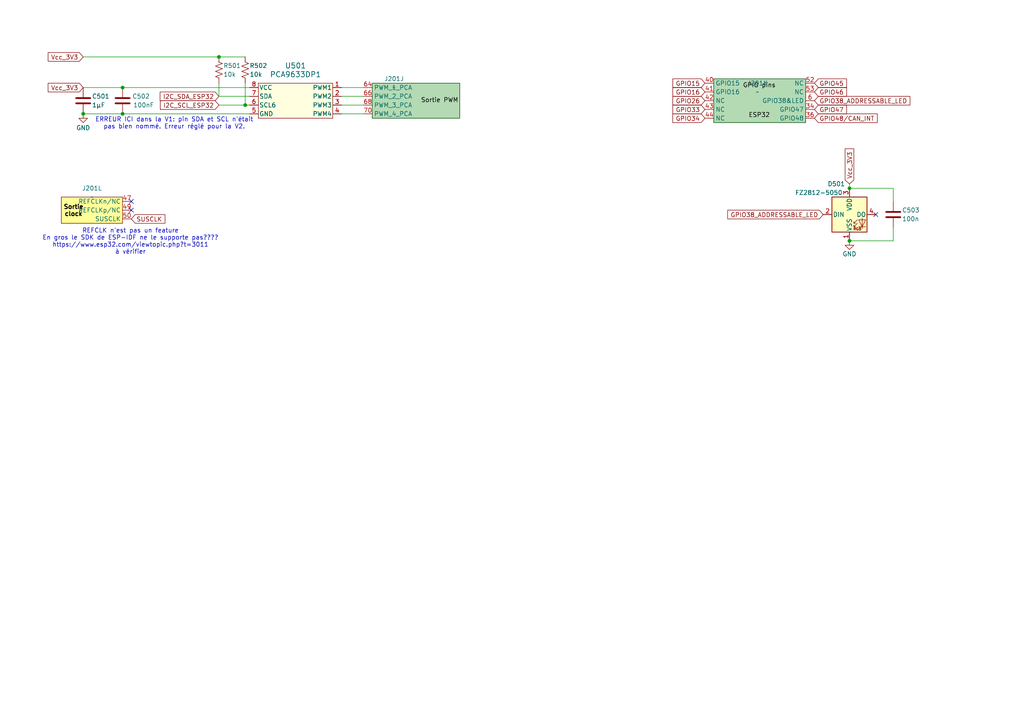
<source format=kicad_sch>
(kicad_sch (version 20231120) (generator "eeschema") (generator_version "8.0")
  (paper "A4")
  (lib_symbols
    (symbol "Device:C" (pin_numbers hide) (pin_names (offset 0.254))
      (property "Reference" "C" (at 0.635 2.54 0))
      (property "Value" "C" (at 0.635 -2.54 0))
      (symbol "C_0_1"
        (polyline (pts (xy -2.032 -0.762) (xy 2.032 -0.762)) (stroke (width 0.508)))
        (polyline (pts (xy -2.032 0.762) (xy 2.032 0.762)) (stroke (width 0.508)))
      )
      (symbol "C_1_1"
        (pin passive line (at 0 3.81 270) (length 2.794) (name "~") (number "1"))
        (pin passive line (at 0 -3.81 90) (length 2.794) (name "~") (number "2"))
      )
    )
    (symbol "Device:R_US" (pin_numbers hide) (pin_names (offset 0))
      (property "Reference" "R" (at 2.54 0 90))
      (property "Value" "R_US" (at -2.54 0 90))
      (symbol "R_US_0_1"
        (polyline (pts (xy 0 -2.286) (xy 0 -2.54)))
        (polyline (pts (xy 0 2.286) (xy 0 2.54)))
        (polyline (pts (xy 0 -0.762) (xy 1.016 -1.143) (xy 0 -1.524) (xy -1.016 -1.905) (xy 0 -2.286)))
        (polyline (pts (xy 0 0.762) (xy 1.016 0.381) (xy 0 0) (xy -1.016 -0.381) (xy 0 -0.762)))
        (polyline (pts (xy 0 2.286) (xy 1.016 1.905) (xy 0 1.524) (xy -1.016 1.143) (xy 0 0.762)))
      )
      (symbol "R_US_1_1"
        (pin passive line (at 0 3.81 270) (length 1.27) (name "~") (number "1"))
        (pin passive line (at 0 -3.81 90) (length 1.27) (name "~") (number "2"))
      )
    )
    (symbol "LED:Inolux_IN-PI554FCH" (pin_names (offset 0.254))
      (property "Reference" "D" (at 5.08 5.715 0))
      (property "Value" "Inolux_IN-PI554FCH" (at 1.27 -5.715 0))
      (symbol "Inolux_IN-PI554FCH_0_0"
        (text "RGB" (at 2.286 -4.191 0) (effects (font (size 0.762 0.762))))
      )
      (symbol "Inolux_IN-PI554FCH_0_1"
        (polyline (pts (xy 1.27 -3.556) (xy 1.778 -3.556)))
        (polyline (pts (xy 1.27 -2.54) (xy 1.778 -2.54)))
        (polyline (pts (xy 4.699 -3.556) (xy 2.667 -3.556)))
        (polyline (pts (xy 2.286 -2.54) (xy 1.27 -3.556) (xy 1.27 -3.048)))
        (polyline (pts (xy 2.286 -1.524) (xy 1.27 -2.54) (xy 1.27 -2.032)))
        (polyline (pts (xy 3.683 -1.016) (xy 3.683 -3.556) (xy 3.683 -4.064)))
        (polyline (pts (xy 4.699 -1.524) (xy 2.667 -1.524) (xy 3.683 -3.556) (xy 4.699 -1.524)))
        (rectangle (start 5.08 5.08) (end -5.08 -5.08) (stroke (width 0.254)) (fill (type background)))
      )
      (symbol "Inolux_IN-PI554FCH_1_1"
        (pin power_in line (at 0 -7.62 90) (length 2.54) (name "VSS") (number "1"))
        (pin input line (at -7.62 0 0) (length 2.54) (name "DIN") (number "2"))
        (pin power_in line (at 0 7.62 270) (length 2.54) (name "VDD") (number "3"))
        (pin output line (at 7.62 0 180) (length 2.54) (name "DO") (number "4"))
      )
    )
    (symbol "PCA9633DP1:PCA9633DP1" (pin_names (offset 0.254))
      (property "Reference" "U501" (at 0.635 8.89 0))
      (property "Value" "PCA9633DP1" (at 0.635 6.35 0))
      (symbol "PCA9633DP1_1_1"
        (rectangle (start -10.16 3.81) (end 11.43 -6.35) (fill (type color) (color 255 255 194 0.5)))
        (pin output line (at 13.97 2.54 180) (length 2.54) (name "PWM1") (number "1"))
        (pin output line (at 13.97 0 180) (length 2.54) (name "PWM2") (number "2"))
        (pin output line (at 13.97 -2.54 180) (length 2.54) (name "PWM3") (number "3"))
        (pin output line (at 13.97 -5.08 180) (length 2.54) (name "PWM4") (number "4"))
        (pin output line (at -12.7 -5.08 0) (length 2.54) (name "GND") (number "5"))
        (pin output line (at -12.7 -2.54 0) (length 2.54) (name "SCL6") (number "6"))
        (pin output line (at -12.7 0 0) (length 2.54) (name "SDA") (number "7"))
        (pin output line (at -12.7 2.54 0) (length 2.54) (name "VCC") (number "8"))
      )
    )
    (symbol "connecteur_SOM_ESP32_1"
      (property "Reference" "J201" (at 0 6.35 0))
      (property "Value" "~" (at 0 3.81 0))
      (symbol "connecteur_SOM_ESP32_1_1_1"
        (rectangle (start -13.97 7.62) (end 13.97 -27.94) (stroke (width 0) (color 72 0 0 1)) (fill (type color) (color 255 0 0 0.52)))
        (text "Pins d'alimentation\n&\nResets" (at 0 -9.144 0) (effects (font (size 1.27 1.27) (bold yes))))
        (pin power_in line (at 16.51 6.35 180) (length 2.54) (name "GND") (number "1"))
        (pin power_in line (at 16.51 1.27 180) (length 2.54) (name "GND") (number "18"))
        (pin power_in line (at -16.51 6.35 0) (length 2.54) (name "Vcc_3v3") (number "2"))
        (pin power_in line (at 16.51 -1.27 180) (length 2.54) (name "GND") (number "33"))
        (pin power_in line (at 16.51 -3.81 180) (length 2.54) (name "GND") (number "38"))
        (pin power_in line (at 16.51 -6.35 180) (length 2.54) (name "GND") (number "39"))
        (pin power_in line (at -16.51 3.81 0) (length 2.54) (name "Vcc_3v3") (number "4"))
        (pin power_in line (at 16.51 -8.89 180) (length 2.54) (name "GND") (number "45"))
        (pin power_in line (at 16.51 -11.43 180) (length 2.54) (name "GND") (number "51"))
        (pin bidirectional line (at -16.51 1.27 0) (length 2.54) (name "RESET_AUTRES") (number "54"))
        (pin power_in line (at 16.51 -13.97 180) (length 2.54) (name "GND") (number "55"))
        (pin bidirectional line (at -16.51 -21.59 0) (length 2.54) (name "RESET_ESP32") (number "56"))
        (pin power_in line (at 16.51 -16.51 180) (length 2.54) (name "GND") (number "57"))
        (pin power_in line (at 16.51 -19.05 180) (length 2.54) (name "GND") (number "62"))
        (pin power_in line (at 16.51 -21.59 180) (length 2.54) (name "GND") (number "63"))
        (pin power_in line (at 16.51 -24.13 180) (length 2.54) (name "GND") (number "69"))
        (pin power_in line (at 16.51 3.81 180) (length 2.54) (name "GND") (number "7"))
        (pin power_in line (at -16.51 -24.13 0) (length 2.54) (name "Vcc_3v3") (number "72"))
        (pin power_in line (at -16.51 -26.67 0) (length 2.54) (name "Vcc_3v3") (number "74"))
        (pin power_in line (at 16.51 -26.67 180) (length 2.54) (name "GND") (number "75"))
      )
      (symbol "connecteur_SOM_ESP32_1_2_1"
        (rectangle (start -17.78 11.43) (end 16.51 -12.7) (stroke (width 0) (color 0 0 72 1)) (fill (type color) (color 0 0 255 0.2)))
        (text "I2C" (at -0.254 -0.254 0) (effects (font (size 1.27 1.27))))
        (pin bidirectional line (at 19.05 7.62 180) (length 2.54) (name "I2C_SCL_1_TCA") (number "11"))
        (pin bidirectional line (at 19.05 3.81 180) (length 2.54) (name "I2C_SDA_2_TCA") (number "13"))
        (pin bidirectional line (at 19.05 -2.54 180) (length 2.54) (name "I2C_SDA_3_TCA") (number "14"))
        (pin bidirectional line (at 19.05 1.27 180) (length 2.54) (name "I2C_SCL_2_TCA") (number "15"))
        (pin bidirectional line (at 19.05 -5.08 180) (length 2.54) (name "I2C_SCL_3_TCA") (number "16"))
        (pin bidirectional line (at 19.05 -8.89 180) (length 2.54) (name "I2C_SDA_4_TCA") (number "17"))
        (pin bidirectional line (at 19.05 -11.43 180) (length 2.54) (name "I2C_SCL_4_TCA") (number "19"))
        (pin bidirectional line (at -20.32 1.27 0) (length 2.54) (name "I2C_SDA_ESP32") (number "58"))
        (pin bidirectional line (at -20.32 -1.27 0) (length 2.54) (name "I2C_SCL_ESP32") (number "60"))
        (pin bidirectional line (at 19.05 10.16 180) (length 2.54) (name "I2C_SDA_1_TCA") (number "9"))
      )
      (symbol "connecteur_SOM_ESP32_1_3_1"
        (rectangle (start -2.54 6.35) (end 15.24 -7.62) (stroke (width 0) (color 0 0 72 1)) (fill (type color) (color 0 0 255 0.2)))
        (text "SPI" (at 0 0 0) (effects (font (size 1.27 1.27) (bold yes))))
        (pin bidirectional line (at 17.78 5.08 180) (length 2.54) (name "SPI_CS_5") (number "20"))
        (pin bidirectional line (at 17.78 2.54 180) (length 2.54) (name "SPI_CS_6") (number "21"))
        (pin bidirectional line (at 17.78 -1.27 180) (length 2.54) (name "SPI_CLK") (number "23"))
        (pin bidirectional line (at 17.78 -3.81 180) (length 2.54) (name "SPI_MOSI") (number "35"))
        (pin bidirectional line (at 17.78 -6.35 180) (length 2.54) (name "SPI_MISO") (number "37"))
      )
      (symbol "connecteur_SOM_ESP32_1_4_1"
        (rectangle (start -13.97 2.54) (end 10.16 -2.54) (stroke (width 0) (color 0 0 72 1)) (fill (type color) (color 0 0 255 0.2)))
        (text "Canbus" (at -9.906 0.254 0) (effects (font (size 1.27 1.27) (bold yes))))
        (pin bidirectional line (at 12.7 1.27 180) (length 2.54) (name "CAN_H_MCP2515") (number "71"))
        (pin bidirectional line (at 12.7 -1.27 180) (length 2.54) (name "CAN_L_MCP2515") (number "73"))
      )
      (symbol "connecteur_SOM_ESP32_1_5_1"
        (rectangle (start -3.81 2.54) (end 11.43 -2.54) (stroke (width 0) (color 0 0 72 1)) (fill (type color) (color 0 0 255 0.2)))
        (text "UART" (at -0.254 0.254 0) (effects (font (size 1.27 1.27) (bold yes))))
        (pin bidirectional line (at 13.97 1.27 180) (length 2.54) (name "UART_TX") (number "22"))
        (pin bidirectional line (at 13.97 -1.27 180) (length 2.54) (name "UART_RX") (number "32"))
      )
      (symbol "connecteur_SOM_ESP32_1_6_1"
        (rectangle (start -11.43 2.54) (end 11.43 -2.54) (stroke (width 0) (color 0 0 72 1)) (fill (type color) (color 0 0 255 0.2)))
        (text "USB" (at -8.636 0.254 0) (effects (font (size 1.27 1.27) (bold yes))))
        (pin bidirectional line (at 13.97 1.27 180) (length 2.54) (name "USB_D-_FT231") (number "3"))
        (pin bidirectional line (at 13.97 -1.27 180) (length 2.54) (name "USB_D+_FT231") (number "5"))
      )
      (symbol "connecteur_SOM_ESP32_1_7_1"
        (rectangle (start -12.7 2.54) (end 11.43 -2.54) (stroke (width 0) (color 0 0 72 1)) (fill (type color) (color 0 0 255 0.2)))
        (text "DEBUG" (at -8.636 0.254 0) (effects (font (size 1.27 1.27) (bold yes))))
        (pin bidirectional line (at 13.97 1.27 180) (length 2.54) (name "USB_DEBUG_D-") (number "46"))
        (pin bidirectional line (at 13.97 -1.27 180) (length 2.54) (name "USB_DEBUG_D+") (number "48"))
      )
      (symbol "connecteur_SOM_ESP32_1_8_1"
        (rectangle (start -8.89 5.08) (end 11.43 -2.54) (stroke (width 0) (color 0 0 72 1)) (fill (type color) (color 0 0 255 0.2)))
        (text "I2S" (at -5.842 1.27 0) (effects (font (size 1.27 1.27) (bold yes))))
        (pin bidirectional line (at 13.97 1.27 180) (length 2.54) (name "I2S_WS") (number "10"))
        (pin bidirectional line (at 13.97 -1.27 180) (length 2.54) (name "I2S_DIN/DOUT") (number "12"))
        (pin bidirectional line (at 13.97 3.81 180) (length 2.54) (name "I2S_BCLK") (number "8"))
      )
      (symbol "connecteur_SOM_ESP32_1_9_1"
        (rectangle (start -16.51 3.81) (end 16.51 -10.16) (fill (type color) (color 255 153 0 0.3)))
        (text "Pins analogue\n<-Input\nOutput->" (at -0.254 -5.842 0) (effects (font (size 1.27 1.27) (bold yes))))
        (pin bidirectional line (at -19.05 1.27 0) (length 2.54) (name "DAC_1_MCP48") (number "59"))
        (pin bidirectional line (at -19.05 -1.27 0) (length 2.54) (name "DAC_2_MCP48") (number "61"))
        (pin power_in line (at 19.05 1.27 180) (length 2.54) (name "ADC_1_MCP3202") (number "65"))
        (pin power_in line (at 19.05 -1.27 180) (length 2.54) (name "ADC_2_MCP3202") (number "67"))
      )
      (symbol "connecteur_SOM_ESP32_1_10_1"
        (rectangle (start -19.05 5.08) (end 6.35 -5.08) (stroke (width 0) (color 0 72 0 1)) (fill (type color) (color 0 132 0 0.3)))
        (text "Sortie PWM\n" (at -13.208 0.254 0) (effects (font (size 1.27 1.27))))
        (pin output line (at 8.89 3.81 180) (length 2.54) (name "PWM_1_PCA") (number "64"))
        (pin output line (at 8.89 1.27 180) (length 2.54) (name "PWM_2_PCA") (number "66"))
        (pin output line (at 8.89 -1.27 180) (length 2.54) (name "PWM_3_PCA") (number "68"))
        (pin output line (at 8.89 -3.81 180) (length 2.54) (name "PWM_4_PCA") (number "70"))
      )
      (symbol "connecteur_SOM_ESP32_1_11_1"
        (rectangle (start -12.7 7.62) (end 13.97 -5.08) (stroke (width 0) (color 0 72 0 1)) (fill (type color) (color 0 132 0 0.3)))
        (text "ESP32\n" (at 0.508 -2.794 0) (effects (font (size 1.27 1.27))))
        (text "GPIO pins" (at 0.508 5.842 0) (effects (font (size 1.27 1.27))))
        (pin bidirectional line (at 16.51 -1.27 180) (length 2.54) (name "GPIO47") (number "34"))
        (pin bidirectional line (at 16.51 -3.81 180) (length 2.54) (name "GPIO48") (number "36"))
        (pin bidirectional line (at -15.24 6.35 0) (length 2.54) (name "GPIO15") (number "40"))
        (pin bidirectional line (at -15.24 3.81 0) (length 2.54) (name "GPIO16") (number "41"))
        (pin bidirectional line (at -15.24 1.27 0) (length 2.54) (name "NC") (number "42"))
        (pin bidirectional line (at -15.24 -1.27 0) (length 2.54) (name "NC") (number "43"))
        (pin bidirectional line (at -15.24 -3.81 0) (length 2.54) (name "NC") (number "44"))
        (pin bidirectional line (at 16.51 6.35 180) (length 2.54) (name "NC") (number "52"))
        (pin bidirectional line (at 16.51 3.81 180) (length 2.54) (name "NC") (number "53"))
        (pin bidirectional line (at 16.51 1.27 180) (length 2.54) (name "GPIO38&LED") (number "6"))
      )
      (symbol "connecteur_SOM_ESP32_1_12_1"
        (rectangle (start -8.89 3.81) (end 8.89 -3.81) (fill (type color) (color 255 255 0 0.4)))
        (text "Sortie\nclock" (at -5.334 0 0) (effects (font (size 1.27 1.27) (bold yes))))
        (pin output line (at 11.43 2.54 180) (length 2.54) (name "REFCLKn/NC") (number "47"))
        (pin output line (at 11.43 0 180) (length 2.54) (name "REFCLKp/NC") (number "49"))
        (pin output line (at 11.43 -2.54 180) (length 2.54) (name "SUSCLK") (number "50"))
      )
    )
    (symbol "connecteur_SOM_ESP32_2"
      (property "Reference" "J201" (at 0 6.35 0))
      (property "Value" "~" (at 0 3.81 0))
      (symbol "connecteur_SOM_ESP32_2_1_1"
        (rectangle (start -13.97 7.62) (end 13.97 -27.94) (stroke (width 0) (color 72 0 0 1)) (fill (type color) (color 255 0 0 0.52)))
        (text "Pins d'alimentation\n&\nResets" (at 0 -9.144 0) (effects (font (size 1.27 1.27) (bold yes))))
        (pin power_in line (at 16.51 6.35 180) (length 2.54) (name "GND") (number "1"))
        (pin power_in line (at 16.51 1.27 180) (length 2.54) (name "GND") (number "18"))
        (pin power_in line (at -16.51 6.35 0) (length 2.54) (name "Vcc_3v3") (number "2"))
        (pin power_in line (at 16.51 -1.27 180) (length 2.54) (name "GND") (number "33"))
        (pin power_in line (at 16.51 -3.81 180) (length 2.54) (name "GND") (number "38"))
        (pin power_in line (at 16.51 -6.35 180) (length 2.54) (name "GND") (number "39"))
        (pin power_in line (at -16.51 3.81 0) (length 2.54) (name "Vcc_3v3") (number "4"))
        (pin power_in line (at 16.51 -8.89 180) (length 2.54) (name "GND") (number "45"))
        (pin power_in line (at 16.51 -11.43 180) (length 2.54) (name "GND") (number "51"))
        (pin bidirectional line (at -16.51 1.27 0) (length 2.54) (name "RESET_AUTRES") (number "54"))
        (pin power_in line (at 16.51 -13.97 180) (length 2.54) (name "GND") (number "55"))
        (pin bidirectional line (at -16.51 -21.59 0) (length 2.54) (name "RESET_ESP32") (number "56"))
        (pin power_in line (at 16.51 -16.51 180) (length 2.54) (name "GND") (number "57"))
        (pin power_in line (at 16.51 -19.05 180) (length 2.54) (name "GND") (number "62"))
        (pin power_in line (at 16.51 -21.59 180) (length 2.54) (name "GND") (number "63"))
        (pin power_in line (at 16.51 -24.13 180) (length 2.54) (name "GND") (number "69"))
        (pin power_in line (at 16.51 3.81 180) (length 2.54) (name "GND") (number "7"))
        (pin power_in line (at -16.51 -24.13 0) (length 2.54) (name "Vcc_3v3") (number "72"))
        (pin power_in line (at -16.51 -26.67 0) (length 2.54) (name "Vcc_3v3") (number "74"))
        (pin power_in line (at 16.51 -26.67 180) (length 2.54) (name "GND") (number "75"))
      )
      (symbol "connecteur_SOM_ESP32_2_2_1"
        (rectangle (start -17.78 11.43) (end 16.51 -12.7) (stroke (width 0) (color 0 0 72 1)) (fill (type color) (color 0 0 255 0.2)))
        (text "I2C" (at -0.254 -0.254 0) (effects (font (size 1.27 1.27))))
        (pin bidirectional line (at 19.05 7.62 180) (length 2.54) (name "I2C_SCL_1_TCA") (number "11"))
        (pin bidirectional line (at 19.05 3.81 180) (length 2.54) (name "I2C_SDA_2_TCA") (number "13"))
        (pin bidirectional line (at 19.05 -2.54 180) (length 2.54) (name "I2C_SDA_3_TCA") (number "14"))
        (pin bidirectional line (at 19.05 1.27 180) (length 2.54) (name "I2C_SCL_2_TCA") (number "15"))
        (pin bidirectional line (at 19.05 -5.08 180) (length 2.54) (name "I2C_SCL_3_TCA") (number "16"))
        (pin bidirectional line (at 19.05 -8.89 180) (length 2.54) (name "I2C_SDA_4_TCA") (number "17"))
        (pin bidirectional line (at 19.05 -11.43 180) (length 2.54) (name "I2C_SCL_4_TCA") (number "19"))
        (pin bidirectional line (at -20.32 1.27 0) (length 2.54) (name "I2C_SDA_ESP32") (number "58"))
        (pin bidirectional line (at -20.32 -1.27 0) (length 2.54) (name "I2C_SCL_ESP32") (number "60"))
        (pin bidirectional line (at 19.05 10.16 180) (length 2.54) (name "I2C_SDA_1_TCA") (number "9"))
      )
      (symbol "connecteur_SOM_ESP32_2_3_1"
        (rectangle (start -2.54 6.35) (end 15.24 -7.62) (stroke (width 0) (color 0 0 72 1)) (fill (type color) (color 0 0 255 0.2)))
        (text "SPI" (at 0 0 0) (effects (font (size 1.27 1.27) (bold yes))))
        (pin bidirectional line (at 17.78 5.08 180) (length 2.54) (name "SPI_CS_5") (number "20"))
        (pin bidirectional line (at 17.78 2.54 180) (length 2.54) (name "SPI_CS_6") (number "21"))
        (pin bidirectional line (at 17.78 -1.27 180) (length 2.54) (name "SPI_CLK") (number "23"))
        (pin bidirectional line (at 17.78 -3.81 180) (length 2.54) (name "SPI_MOSI") (number "35"))
        (pin bidirectional line (at 17.78 -6.35 180) (length 2.54) (name "SPI_MISO") (number "37"))
      )
      (symbol "connecteur_SOM_ESP32_2_4_1"
        (rectangle (start -13.97 2.54) (end 10.16 -2.54) (stroke (width 0) (color 0 0 72 1)) (fill (type color) (color 0 0 255 0.2)))
        (text "Canbus" (at -9.906 0.254 0) (effects (font (size 1.27 1.27) (bold yes))))
        (pin bidirectional line (at 12.7 1.27 180) (length 2.54) (name "CAN_H_MCP2515") (number "71"))
        (pin bidirectional line (at 12.7 -1.27 180) (length 2.54) (name "CAN_L_MCP2515") (number "73"))
      )
      (symbol "connecteur_SOM_ESP32_2_5_1"
        (rectangle (start -3.81 2.54) (end 11.43 -2.54) (stroke (width 0) (color 0 0 72 1)) (fill (type color) (color 0 0 255 0.2)))
        (text "UART" (at -0.254 0.254 0) (effects (font (size 1.27 1.27) (bold yes))))
        (pin bidirectional line (at 13.97 1.27 180) (length 2.54) (name "UART_TX") (number "22"))
        (pin bidirectional line (at 13.97 -1.27 180) (length 2.54) (name "UART_RX") (number "32"))
      )
      (symbol "connecteur_SOM_ESP32_2_6_1"
        (rectangle (start -11.43 2.54) (end 11.43 -2.54) (stroke (width 0) (color 0 0 72 1)) (fill (type color) (color 0 0 255 0.2)))
        (text "USB" (at -8.636 0.254 0) (effects (font (size 1.27 1.27) (bold yes))))
        (pin bidirectional line (at 13.97 1.27 180) (length 2.54) (name "USB_D-_FT231") (number "3"))
        (pin bidirectional line (at 13.97 -1.27 180) (length 2.54) (name "USB_D+_FT231") (number "5"))
      )
      (symbol "connecteur_SOM_ESP32_2_7_1"
        (rectangle (start -12.7 2.54) (end 11.43 -2.54) (stroke (width 0) (color 0 0 72 1)) (fill (type color) (color 0 0 255 0.2)))
        (text "DEBUG" (at -8.636 0.254 0) (effects (font (size 1.27 1.27) (bold yes))))
        (pin bidirectional line (at 13.97 1.27 180) (length 2.54) (name "USB_DEBUG_D-") (number "46"))
        (pin bidirectional line (at 13.97 -1.27 180) (length 2.54) (name "USB_DEBUG_D+") (number "48"))
      )
      (symbol "connecteur_SOM_ESP32_2_8_1"
        (rectangle (start -8.89 5.08) (end 11.43 -2.54) (stroke (width 0) (color 0 0 72 1)) (fill (type color) (color 0 0 255 0.2)))
        (text "I2S" (at -5.842 1.27 0) (effects (font (size 1.27 1.27) (bold yes))))
        (pin bidirectional line (at 13.97 1.27 180) (length 2.54) (name "I2S_WS") (number "10"))
        (pin bidirectional line (at 13.97 -1.27 180) (length 2.54) (name "I2S_DIN/DOUT") (number "12"))
        (pin bidirectional line (at 13.97 3.81 180) (length 2.54) (name "I2S_BCLK") (number "8"))
      )
      (symbol "connecteur_SOM_ESP32_2_9_1"
        (rectangle (start -16.51 3.81) (end 16.51 -10.16) (fill (type color) (color 255 153 0 0.3)))
        (text "Pins analogue\n<-Input\nOutput->" (at -0.254 -5.842 0) (effects (font (size 1.27 1.27) (bold yes))))
        (pin bidirectional line (at -19.05 1.27 0) (length 2.54) (name "DAC_1_MCP48") (number "59"))
        (pin bidirectional line (at -19.05 -1.27 0) (length 2.54) (name "DAC_2_MCP48") (number "61"))
        (pin power_in line (at 19.05 1.27 180) (length 2.54) (name "ADC_1_MCP3202") (number "65"))
        (pin power_in line (at 19.05 -1.27 180) (length 2.54) (name "ADC_2_MCP3202") (number "67"))
      )
      (symbol "connecteur_SOM_ESP32_2_10_1"
        (rectangle (start -19.05 5.08) (end 6.35 -5.08) (stroke (width 0) (color 0 72 0 1)) (fill (type color) (color 0 132 0 0.3)))
        (text "Sortie PWM\n" (at -13.208 0.254 0) (effects (font (size 1.27 1.27))))
        (pin output line (at 8.89 3.81 180) (length 2.54) (name "PWM_1_PCA") (number "64"))
        (pin output line (at 8.89 1.27 180) (length 2.54) (name "PWM_2_PCA") (number "66"))
        (pin output line (at 8.89 -1.27 180) (length 2.54) (name "PWM_3_PCA") (number "68"))
        (pin output line (at 8.89 -3.81 180) (length 2.54) (name "PWM_4_PCA") (number "70"))
      )
      (symbol "connecteur_SOM_ESP32_2_11_1"
        (rectangle (start -12.7 7.62) (end 13.97 -5.08) (stroke (width 0) (color 0 72 0 1)) (fill (type color) (color 0 132 0 0.3)))
        (text "ESP32\n" (at 0.508 -2.794 0) (effects (font (size 1.27 1.27))))
        (text "GPIO pins" (at 0.508 5.842 0) (effects (font (size 1.27 1.27))))
        (pin bidirectional line (at 16.51 -1.27 180) (length 2.54) (name "GPIO47") (number "34"))
        (pin bidirectional line (at 16.51 -3.81 180) (length 2.54) (name "GPIO48") (number "36"))
        (pin bidirectional line (at -15.24 6.35 0) (length 2.54) (name "GPIO15") (number "40"))
        (pin bidirectional line (at -15.24 3.81 0) (length 2.54) (name "GPIO16") (number "41"))
        (pin bidirectional line (at -15.24 1.27 0) (length 2.54) (name "NC") (number "42"))
        (pin bidirectional line (at -15.24 -1.27 0) (length 2.54) (name "NC") (number "43"))
        (pin bidirectional line (at -15.24 -3.81 0) (length 2.54) (name "NC") (number "44"))
        (pin bidirectional line (at 16.51 6.35 180) (length 2.54) (name "NC") (number "52"))
        (pin bidirectional line (at 16.51 3.81 180) (length 2.54) (name "NC") (number "53"))
        (pin bidirectional line (at 16.51 1.27 180) (length 2.54) (name "GPIO38&LED") (number "6"))
      )
      (symbol "connecteur_SOM_ESP32_2_12_1"
        (rectangle (start -8.89 3.81) (end 8.89 -3.81) (fill (type color) (color 255 255 0 0.4)))
        (text "Sortie\nclock" (at -5.334 0 0) (effects (font (size 1.27 1.27) (bold yes))))
        (pin output line (at 11.43 2.54 180) (length 2.54) (name "REFCLKn/NC") (number "47"))
        (pin output line (at 11.43 0 180) (length 2.54) (name "REFCLKp/NC") (number "49"))
        (pin output line (at 11.43 -2.54 180) (length 2.54) (name "SUSCLK") (number "50"))
      )
    )
    (symbol "connecteur_m2_key_E:connecteur_SOM_ESP32"
      (property "Reference" "J201" (at 0 6.35 0))
      (property "Value" "~" (at 0 3.81 0))
      (symbol "connecteur_SOM_ESP32_1_1"
        (rectangle (start -13.97 7.62) (end 13.97 -27.94) (stroke (width 0) (color 72 0 0 1)) (fill (type color) (color 255 0 0 0.52)))
        (text "Pins d'alimentation\n&\nResets" (at 0 -9.144 0) (effects (font (size 1.27 1.27) (bold yes))))
        (pin power_in line (at 16.51 6.35 180) (length 2.54) (name "GND") (number "1"))
        (pin power_in line (at 16.51 1.27 180) (length 2.54) (name "GND") (number "18"))
        (pin power_in line (at -16.51 6.35 0) (length 2.54) (name "Vcc_3v3") (number "2"))
        (pin power_in line (at 16.51 -1.27 180) (length 2.54) (name "GND") (number "33"))
        (pin power_in line (at 16.51 -3.81 180) (length 2.54) (name "GND") (number "38"))
        (pin power_in line (at 16.51 -6.35 180) (length 2.54) (name "GND") (number "39"))
        (pin power_in line (at -16.51 3.81 0) (length 2.54) (name "Vcc_3v3") (number "4"))
        (pin power_in line (at 16.51 -8.89 180) (length 2.54) (name "GND") (number "45"))
        (pin power_in line (at 16.51 -11.43 180) (length 2.54) (name "GND") (number "51"))
        (pin bidirectional line (at -16.51 1.27 0) (length 2.54) (name "RESET_AUTRES") (number "54"))
        (pin power_in line (at 16.51 -13.97 180) (length 2.54) (name "GND") (number "55"))
        (pin bidirectional line (at -16.51 -21.59 0) (length 2.54) (name "RESET_ESP32") (number "56"))
        (pin power_in line (at 16.51 -16.51 180) (length 2.54) (name "GND") (number "57"))
        (pin power_in line (at 16.51 -19.05 180) (length 2.54) (name "GND") (number "62"))
        (pin power_in line (at 16.51 -21.59 180) (length 2.54) (name "GND") (number "63"))
        (pin power_in line (at 16.51 -24.13 180) (length 2.54) (name "GND") (number "69"))
        (pin power_in line (at 16.51 3.81 180) (length 2.54) (name "GND") (number "7"))
        (pin power_in line (at -16.51 -24.13 0) (length 2.54) (name "Vcc_3v3") (number "72"))
        (pin power_in line (at -16.51 -26.67 0) (length 2.54) (name "Vcc_3v3") (number "74"))
        (pin power_in line (at 16.51 -26.67 180) (length 2.54) (name "GND") (number "75"))
      )
      (symbol "connecteur_SOM_ESP32_2_1"
        (rectangle (start -17.78 11.43) (end 16.51 -12.7) (stroke (width 0) (color 0 0 72 1)) (fill (type color) (color 0 0 255 0.2)))
        (text "I2C" (at -0.254 -0.254 0) (effects (font (size 1.27 1.27))))
        (pin bidirectional line (at 19.05 7.62 180) (length 2.54) (name "I2C_SCL_1_TCA") (number "11"))
        (pin bidirectional line (at 19.05 3.81 180) (length 2.54) (name "I2C_SDA_2_TCA") (number "13"))
        (pin bidirectional line (at 19.05 -2.54 180) (length 2.54) (name "I2C_SDA_3_TCA") (number "14"))
        (pin bidirectional line (at 19.05 1.27 180) (length 2.54) (name "I2C_SCL_2_TCA") (number "15"))
        (pin bidirectional line (at 19.05 -5.08 180) (length 2.54) (name "I2C_SCL_3_TCA") (number "16"))
        (pin bidirectional line (at 19.05 -8.89 180) (length 2.54) (name "I2C_SDA_4_TCA") (number "17"))
        (pin bidirectional line (at 19.05 -11.43 180) (length 2.54) (name "I2C_SCL_4_TCA") (number "19"))
        (pin bidirectional line (at -20.32 1.27 0) (length 2.54) (name "I2C_SDA_ESP32") (number "58"))
        (pin bidirectional line (at -20.32 -1.27 0) (length 2.54) (name "I2C_SCL_ESP32") (number "60"))
        (pin bidirectional line (at 19.05 10.16 180) (length 2.54) (name "I2C_SDA_1_TCA") (number "9"))
      )
      (symbol "connecteur_SOM_ESP32_3_1"
        (rectangle (start -2.54 6.35) (end 15.24 -7.62) (stroke (width 0) (color 0 0 72 1)) (fill (type color) (color 0 0 255 0.2)))
        (text "SPI" (at 0 0 0) (effects (font (size 1.27 1.27) (bold yes))))
        (pin bidirectional line (at 17.78 5.08 180) (length 2.54) (name "SPI_CS_5") (number "20"))
        (pin bidirectional line (at 17.78 2.54 180) (length 2.54) (name "SPI_CS_6") (number "21"))
        (pin bidirectional line (at 17.78 -1.27 180) (length 2.54) (name "SPI_CLK") (number "23"))
        (pin bidirectional line (at 17.78 -3.81 180) (length 2.54) (name "SPI_MOSI") (number "35"))
        (pin bidirectional line (at 17.78 -6.35 180) (length 2.54) (name "SPI_MISO") (number "37"))
      )
      (symbol "connecteur_SOM_ESP32_4_1"
        (rectangle (start -13.97 2.54) (end 10.16 -2.54) (stroke (width 0) (color 0 0 72 1)) (fill (type color) (color 0 0 255 0.2)))
        (text "Canbus" (at -9.906 0.254 0) (effects (font (size 1.27 1.27) (bold yes))))
        (pin bidirectional line (at 12.7 1.27 180) (length 2.54) (name "CAN_H_MCP2515") (number "71"))
        (pin bidirectional line (at 12.7 -1.27 180) (length 2.54) (name "CAN_L_MCP2515") (number "73"))
      )
      (symbol "connecteur_SOM_ESP32_5_1"
        (rectangle (start -3.81 2.54) (end 11.43 -2.54) (stroke (width 0) (color 0 0 72 1)) (fill (type color) (color 0 0 255 0.2)))
        (text "UART" (at -0.254 0.254 0) (effects (font (size 1.27 1.27) (bold yes))))
        (pin bidirectional line (at 13.97 1.27 180) (length 2.54) (name "UART_TX") (number "22"))
        (pin bidirectional line (at 13.97 -1.27 180) (length 2.54) (name "UART_RX") (number "32"))
      )
      (symbol "connecteur_SOM_ESP32_6_1"
        (rectangle (start -11.43 2.54) (end 11.43 -2.54) (stroke (width 0) (color 0 0 72 1)) (fill (type color) (color 0 0 255 0.2)))
        (text "USB" (at -8.636 0.254 0) (effects (font (size 1.27 1.27) (bold yes))))
        (pin bidirectional line (at 13.97 1.27 180) (length 2.54) (name "USB_D-_FT231") (number "3"))
        (pin bidirectional line (at 13.97 -1.27 180) (length 2.54) (name "USB_D+_FT231") (number "5"))
      )
      (symbol "connecteur_SOM_ESP32_7_1"
        (rectangle (start -12.7 2.54) (end 11.43 -2.54) (stroke (width 0) (color 0 0 72 1)) (fill (type color) (color 0 0 255 0.2)))
        (text "DEBUG" (at -8.636 0.254 0) (effects (font (size 1.27 1.27) (bold yes))))
        (pin bidirectional line (at 13.97 1.27 180) (length 2.54) (name "USB_DEBUG_D-") (number "46"))
        (pin bidirectional line (at 13.97 -1.27 180) (length 2.54) (name "USB_DEBUG_D+") (number "48"))
      )
      (symbol "connecteur_SOM_ESP32_8_1"
        (rectangle (start -8.89 5.08) (end 11.43 -2.54) (stroke (width 0) (color 0 0 72 1)) (fill (type color) (color 0 0 255 0.2)))
        (text "I2S" (at -5.842 1.27 0) (effects (font (size 1.27 1.27) (bold yes))))
        (pin bidirectional line (at 13.97 1.27 180) (length 2.54) (name "I2S_WS") (number "10"))
        (pin bidirectional line (at 13.97 -1.27 180) (length 2.54) (name "I2S_DIN/DOUT") (number "12"))
        (pin bidirectional line (at 13.97 3.81 180) (length 2.54) (name "I2S_BCLK") (number "8"))
      )
      (symbol "connecteur_SOM_ESP32_9_1"
        (rectangle (start -16.51 3.81) (end 16.51 -10.16) (fill (type color) (color 255 153 0 0.3)))
        (text "Pins analogue\n<-Input\nOutput->" (at -0.254 -5.842 0) (effects (font (size 1.27 1.27) (bold yes))))
        (pin bidirectional line (at -19.05 1.27 0) (length 2.54) (name "DAC_1_MCP48") (number "59"))
        (pin bidirectional line (at -19.05 -1.27 0) (length 2.54) (name "DAC_2_MCP48") (number "61"))
        (pin power_in line (at 19.05 1.27 180) (length 2.54) (name "ADC_1_MCP3202") (number "65"))
        (pin power_in line (at 19.05 -1.27 180) (length 2.54) (name "ADC_2_MCP3202") (number "67"))
      )
      (symbol "connecteur_SOM_ESP32_10_1"
        (rectangle (start -19.05 5.08) (end 6.35 -5.08) (stroke (width 0) (color 0 72 0 1)) (fill (type color) (color 0 132 0 0.3)))
        (text "Sortie PWM\n" (at -13.208 0.254 0) (effects (font (size 1.27 1.27))))
        (pin output line (at 8.89 3.81 180) (length 2.54) (name "PWM_1_PCA") (number "64"))
        (pin output line (at 8.89 1.27 180) (length 2.54) (name "PWM_2_PCA") (number "66"))
        (pin output line (at 8.89 -1.27 180) (length 2.54) (name "PWM_3_PCA") (number "68"))
        (pin output line (at 8.89 -3.81 180) (length 2.54) (name "PWM_4_PCA") (number "70"))
      )
      (symbol "connecteur_SOM_ESP32_11_1"
        (rectangle (start -12.7 7.62) (end 13.97 -5.08) (stroke (width 0) (color 0 72 0 1)) (fill (type color) (color 0 132 0 0.3)))
        (text "ESP32\n" (at 0.508 -2.794 0) (effects (font (size 1.27 1.27))))
        (text "GPIO pins" (at 0.508 5.842 0) (effects (font (size 1.27 1.27))))
        (pin bidirectional line (at 16.51 -1.27 180) (length 2.54) (name "GPIO47") (number "34"))
        (pin bidirectional line (at 16.51 -3.81 180) (length 2.54) (name "GPIO48") (number "36"))
        (pin bidirectional line (at -15.24 6.35 0) (length 2.54) (name "GPIO15") (number "40"))
        (pin bidirectional line (at -15.24 3.81 0) (length 2.54) (name "GPIO16") (number "41"))
        (pin bidirectional line (at -15.24 1.27 0) (length 2.54) (name "NC") (number "42"))
        (pin bidirectional line (at -15.24 -1.27 0) (length 2.54) (name "NC") (number "43"))
        (pin bidirectional line (at -15.24 -3.81 0) (length 2.54) (name "NC") (number "44"))
        (pin bidirectional line (at 16.51 6.35 180) (length 2.54) (name "NC") (number "52"))
        (pin bidirectional line (at 16.51 3.81 180) (length 2.54) (name "NC") (number "53"))
        (pin bidirectional line (at 16.51 1.27 180) (length 2.54) (name "GPIO38&LED") (number "6"))
      )
      (symbol "connecteur_SOM_ESP32_12_1"
        (rectangle (start -8.89 3.81) (end 8.89 -3.81) (fill (type color) (color 255 255 0 0.4)))
        (text "Sortie\nclock" (at -5.334 0 0) (effects (font (size 1.27 1.27) (bold yes))))
        (pin output line (at 11.43 2.54 180) (length 2.54) (name "REFCLKn/NC") (number "47"))
        (pin output line (at 11.43 0 180) (length 2.54) (name "REFCLKp/NC") (number "49"))
        (pin output line (at 11.43 -2.54 180) (length 2.54) (name "SUSCLK") (number "50"))
      )
    )
    (symbol "power:GND" (power) (pin_numbers hide) (pin_names (offset 0) hide)
      (property "Value" "GND" (at 0 -3.81 0))
      (symbol "GND_0_1"
        (polyline (pts (xy 0 0) (xy 0 -1.27) (xy 1.27 -1.27) (xy 0 -2.54) (xy -1.27 -1.27) (xy 0 -1.27)))
      )
      (symbol "GND_1_1"
        (pin power_in line (at 0 0 270) (length 0) (name "~") (number "1"))
      )
    )
  )
  (junction (at 63.5 16.51))
  (junction (at 71.12 30.48))
  (junction (at 35.56 33.02))
  (junction (at 246.38 54.61))
  (junction (at 246.38 69.85))
  (junction (at 35.56 25.4))
  (junction (at 24.13 33.02))
  (no_connect (at 38.1 60.96))
  (no_connect (at 254 62.23))
  (no_connect (at 38.1 58.42))
  (wire (pts (xy 99.06 27.94) (xy 105.41 27.94)))
  (wire (pts (xy 35.56 25.4) (xy 72.39 25.4)))
  (wire (pts (xy 259.08 54.61) (xy 246.38 54.61)))
  (wire (pts (xy 63.5 30.48) (xy 71.12 30.48)))
  (wire (pts (xy 24.13 33.02) (xy 35.56 33.02)))
  (wire (pts (xy 259.08 69.85) (xy 246.38 69.85)))
  (wire (pts (xy 24.13 25.4) (xy 35.56 25.4)))
  (wire (pts (xy 63.5 16.51) (xy 71.12 16.51)))
  (wire (pts (xy 71.12 30.48) (xy 72.39 30.48)))
  (wire (pts (xy 35.56 33.02) (xy 72.39 33.02)))
  (wire (pts (xy 259.08 58.42) (xy 259.08 54.61)))
  (wire (pts (xy 24.13 16.51) (xy 63.5 16.51)))
  (wire (pts (xy 63.5 24.13) (xy 63.5 27.94)))
  (wire (pts (xy 99.06 25.4) (xy 105.41 25.4)))
  (wire (pts (xy 63.5 27.94) (xy 72.39 27.94)))
  (wire (pts (xy 71.12 24.13) (xy 71.12 30.48)))
  (wire (pts (xy 99.06 33.02) (xy 105.41 33.02)))
  (wire (pts (xy 246.38 53.34) (xy 246.38 54.61)))
  (wire (pts (xy 259.08 66.04) (xy 259.08 69.85)))
  (wire (pts (xy 99.06 30.48) (xy 105.41 30.48)))
  (text "ERREUR ICI dans la V1: pin SDA et SCL n'était\npas bien nommé. Erreur réglé pour la V2." (at 50.546 35.814 0) (effects (font (size 1.27 1.27))))
  (text "REFCLK n'est pas un feature\nEn gros le SDK de ESP-IDF ne le supporte pas????\nhttps://www.esp32.com/viewtopic.php?t=3011\nà vérifier\n" (at 37.846 70.104 0) (effects (font (size 1.27 1.27))))
  (global_label "Vcc_3V3" (shape input) (at 24.13 16.51 180) (property "Intersheetrefs" "${INTERSHEET_REFS}" (effects (hide yes))))
  (global_label "GPIO38_ADDRESSABLE_LED" (shape input) (at 236.22 29.21 0) (property "Intersheetrefs" "${INTERSHEET_REFS}" (effects (hide yes))))
  (global_label "GPIO33" (shape input) (at 204.47 31.75 180) (property "Intersheetrefs" "${INTERSHEET_REFS}" (effects (hide yes))))
  (global_label "GPIO15" (shape input) (at 204.47 24.13 180) (property "Intersheetrefs" "${INTERSHEET_REFS}" (effects (hide yes))))
  (global_label "GPIO47" (shape input) (at 236.22 31.75 0) (property "Intersheetrefs" "${INTERSHEET_REFS}" (effects (hide yes))))
  (global_label "GPIO38_ADDRESSABLE_LED" (shape input) (at 238.76 62.23 180) (property "Intersheetrefs" "${INTERSHEET_REFS}" (effects (hide yes))))
  (global_label "GPIO46" (shape input) (at 236.22 26.67 0) (property "Intersheetrefs" "${INTERSHEET_REFS}" (effects (hide yes))))
  (global_label "Vcc_3V3" (shape input) (at 246.38 53.34 90) (property "Intersheetrefs" "${INTERSHEET_REFS}" (effects (hide yes))))
  (global_label "GPIO34" (shape input) (at 204.47 34.29 180) (property "Intersheetrefs" "${INTERSHEET_REFS}" (effects (hide yes))))
  (global_label "GPIO45" (shape input) (at 236.22 24.13 0) (property "Intersheetrefs" "${INTERSHEET_REFS}" (effects (hide yes))))
  (global_label "Vcc_3V3" (shape input) (at 24.13 25.4 180) (property "Intersheetrefs" "${INTERSHEET_REFS}" (effects (hide yes))))
  (global_label "GPIO26" (shape input) (at 204.47 29.21 180) (property "Intersheetrefs" "${INTERSHEET_REFS}" (effects (hide yes))))
  (global_label "SUSCLK" (shape input) (at 38.1 63.5 0) (property "Intersheetrefs" "${INTERSHEET_REFS}" (effects (hide yes))))
  (global_label "GPIO48{slash}CAN_INT" (shape input) (at 236.22 34.29 0) (property "Intersheetrefs" "${INTERSHEET_REFS}" (effects (hide yes))))
  (global_label "I2C_SCL_ESP32" (shape input) (at 63.5 30.48 180) (property "Intersheetrefs" "${INTERSHEET_REFS}" (effects (hide yes))))
  (global_label "I2C_SDA_ESP32" (shape input) (at 63.5 27.94 180) (property "Intersheetrefs" "${INTERSHEET_REFS}" (effects (hide yes))))
  (global_label "GPIO16" (shape input) (at 204.47 26.67 180) (property "Intersheetrefs" "${INTERSHEET_REFS}" (effects (hide yes))))
  (symbol (lib_id "Device:C") (at 35.56 29.21 0) (unit 1)
    (property "Reference" "C502" (at 38.354 27.94 0) (effects (justify left)))
    (property "Value" "100nF" (at 38.608 30.48 0) (effects (justify left)))
    (property "Footprint" "Resistor_SMD:R_0805_2012Metric" (effects (hide yes)))
    (property "Description" "Unpolarized capacitor" (effects (hide yes)))
  )
  (symbol (lib_name "connecteur_SOM_ESP32_2") (lib_id "connecteur_m2_key_E:connecteur_SOM_ESP32") (at 114.3 29.21 0) (mirror y) (unit 10)
    (property "Reference" "J201" (at 114.3 22.86 0))
    (property "Value" "~" (at 114.3 25.4 0))
    (property "Footprint" "connecteur_M2_key_E:NGFF_E" (effects (hide yes)))
  )
  (symbol (lib_id "Device:C") (at 259.08 62.23 0) (unit 1)
    (property "Reference" "C503" (at 261.62 60.96 0) (effects (justify left)))
    (property "Value" "100n" (at 261.62 63.5 0) (effects (justify left)))
    (property "Footprint" "Capacitor_SMD:C_0805_2012Metric" (effects (hide yes)))
    (property "Description" "Unpolarized capacitor" (effects (hide yes)))
  )
  (symbol (lib_name "connecteur_SOM_ESP32_1") (lib_id "connecteur_m2_key_E:connecteur_SOM_ESP32") (at 219.71 30.48 0) (unit 11)
    (property "Reference" "J201" (at 219.71 24.13 0))
    (property "Value" "~" (at 219.71 26.67 0))
    (property "Footprint" "connecteur_M2_key_E:NGFF_E" (effects (hide yes)))
  )
  (symbol (lib_id "Device:R_US") (at 71.12 20.32 0) (unit 1)
    (property "Reference" "R502" (at 72.39 19.05 0) (effects (justify left)))
    (property "Value" "10k" (at 72.39 21.59 0) (effects (justify left)))
    (property "Footprint" "Resistor_SMD:R_0805_2012Metric" (effects (hide yes)))
    (property "Description" "Resistor, US symbol" (effects (hide yes)))
  )
  (symbol (lib_id "power:GND") (at 24.13 33.02 0) (unit 1)
    (property "Reference" "#PWR0501" (effects (hide yes)))
    (property "Value" "GND" (at 24.13 37.084 0))
    (property "Description" "Power symbol creates a global label with name \"GND\" , ground" (effects (hide yes)))
  )
  (symbol (lib_id "PCA9633DP1:PCA9633DP1") (at 85.09 27.94 0) (unit 1)
    (property "Reference" "U501" (at 85.725 19.05 0) (effects (font (size 1.524 1.524))))
    (property "Value" "PCA9633DP1" (at 85.725 21.59 0) (effects (font (size 1.524 1.524))))
    (property "Footprint" "Package_DFN_QFN:DFN-8-1EP_2x2mm_P0.5mm_EP0.9x1.6mm" (effects (hide yes)))
    (property "Datasheet" "PCA9633DP1" (effects (hide yes)))
  )
  (symbol (lib_id "power:GND") (at 246.38 69.85 0) (unit 1)
    (property "Reference" "#PWR0502" (effects (hide yes)))
    (property "Value" "GND" (at 246.38 73.66 0))
    (property "Description" "Power symbol creates a global label with name \"GND\" , ground" (effects (hide yes)))
  )
  (symbol (lib_id "Device:R_US") (at 63.5 20.32 0) (unit 1)
    (property "Reference" "R501" (at 64.77 19.05 0) (effects (justify left)))
    (property "Value" "10k" (at 64.77 21.59 0) (effects (justify left)))
    (property "Footprint" "Resistor_SMD:R_0805_2012Metric" (effects (hide yes)))
    (property "Description" "Resistor, US symbol" (effects (hide yes)))
  )
  (symbol (lib_id "LED:Inolux_IN-PI554FCH") (at 246.38 62.23 0) (unit 1)
    (property "Reference" "D501" (at 242.57 53.34 0))
    (property "Value" "FZ2812-5050" (at 237.49 55.88 0))
    (property "Footprint" "LED_SMD:LED_Inolux_IN-PI554FCH_PLCC4_5.0x5.0mm_P3.2mm" (effects (hide yes)))
    (property "Datasheet" "http://www.inolux-corp.com/datasheet/SMDLED/Addressable%20LED/IN-PI554FCH.pdf" (effects (hide yes)))
    (property "Description" "5050 RGB LED 4-Pin with integrated IC" (effects (hide yes)))
  )
  (symbol (lib_id "connecteur_m2_key_E:connecteur_SOM_ESP32") (at 26.67 60.96 0) (unit 12)
    (property "Reference" "J201" (at 26.67 54.61 0))
    (property "Value" "~" (at 26.67 57.15 0))
    (property "Footprint" "connecteur_M2_key_E:NGFF_E" (effects (hide yes)))
  )
  (symbol (lib_id "Device:C") (at 24.13 29.21 0) (unit 1)
    (property "Reference" "C501" (at 26.67 27.94 0) (effects (justify left)))
    (property "Value" "1µF" (at 26.67 30.48 0) (effects (justify left)))
    (property "Footprint" "Resistor_SMD:R_0805_2012Metric" (effects (hide yes)))
    (property "Description" "Unpolarized capacitor" (effects (hide yes)))
  )
)
</source>
